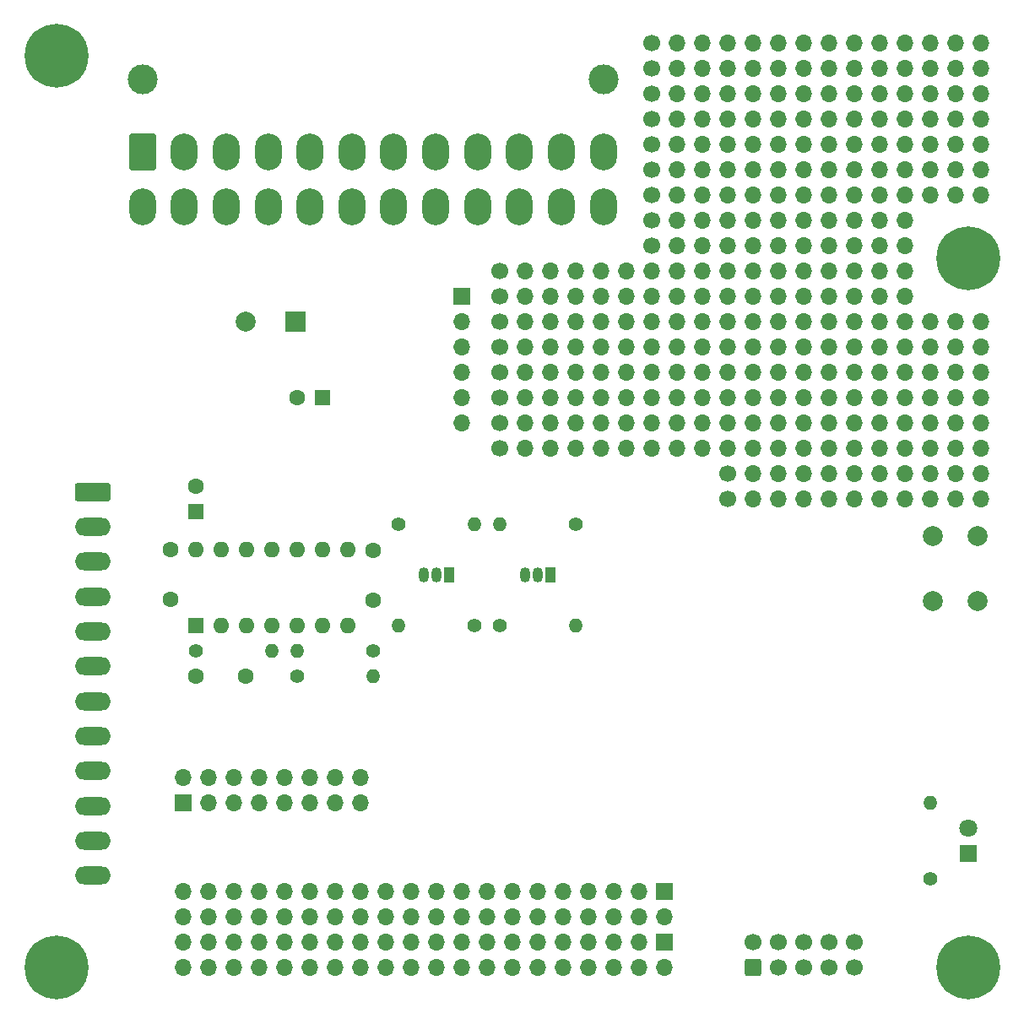
<source format=gts>
G04 #@! TF.GenerationSoftware,KiCad,Pcbnew,8.0.4*
G04 #@! TF.CreationDate,2024-09-22T21:37:46-05:00*
G04 #@! TF.ProjectId,ATX-PSU_8b,4154582d-5053-4555-9f38-622e6b696361,rev?*
G04 #@! TF.SameCoordinates,Original*
G04 #@! TF.FileFunction,Soldermask,Top*
G04 #@! TF.FilePolarity,Negative*
%FSLAX46Y46*%
G04 Gerber Fmt 4.6, Leading zero omitted, Abs format (unit mm)*
G04 Created by KiCad (PCBNEW 8.0.4) date 2024-09-22 21:37:46*
%MOMM*%
%LPD*%
G01*
G04 APERTURE LIST*
G04 Aperture macros list*
%AMRoundRect*
0 Rectangle with rounded corners*
0 $1 Rounding radius*
0 $2 $3 $4 $5 $6 $7 $8 $9 X,Y pos of 4 corners*
0 Add a 4 corners polygon primitive as box body*
4,1,4,$2,$3,$4,$5,$6,$7,$8,$9,$2,$3,0*
0 Add four circle primitives for the rounded corners*
1,1,$1+$1,$2,$3*
1,1,$1+$1,$4,$5*
1,1,$1+$1,$6,$7*
1,1,$1+$1,$8,$9*
0 Add four rect primitives between the rounded corners*
20,1,$1+$1,$2,$3,$4,$5,0*
20,1,$1+$1,$4,$5,$6,$7,0*
20,1,$1+$1,$6,$7,$8,$9,0*
20,1,$1+$1,$8,$9,$2,$3,0*%
G04 Aperture macros list end*
%ADD10R,1.700000X1.700000*%
%ADD11O,1.700000X1.700000*%
%ADD12C,1.700000*%
%ADD13RoundRect,0.250000X0.600000X-0.600000X0.600000X0.600000X-0.600000X0.600000X-0.600000X-0.600000X0*%
%ADD14R,1.050000X1.500000*%
%ADD15O,1.050000X1.500000*%
%ADD16R,1.600000X1.600000*%
%ADD17O,1.600000X1.600000*%
%ADD18C,1.400000*%
%ADD19O,1.400000X1.400000*%
%ADD20C,1.600000*%
%ADD21C,0.800000*%
%ADD22C,6.400000*%
%ADD23C,3.000000*%
%ADD24RoundRect,0.250001X-1.099999X-1.599999X1.099999X-1.599999X1.099999X1.599999X-1.099999X1.599999X0*%
%ADD25O,2.700000X3.700000*%
%ADD26C,2.000000*%
%ADD27R,1.800000X1.800000*%
%ADD28C,1.800000*%
%ADD29RoundRect,0.250000X-1.550000X0.650000X-1.550000X-0.650000X1.550000X-0.650000X1.550000X0.650000X0*%
%ADD30O,3.600000X1.800000*%
%ADD31R,2.000000X2.000000*%
G04 APERTURE END LIST*
D10*
X120650000Y-55880000D03*
D11*
X120650000Y-58420000D03*
X120650000Y-60960000D03*
X120650000Y-63500000D03*
X120650000Y-66040000D03*
X120650000Y-68580000D03*
D12*
X147320000Y-76200000D03*
D11*
X149860000Y-76200000D03*
X152399999Y-76200000D03*
X154940000Y-76200000D03*
X157480000Y-76200000D03*
X160020000Y-76200000D03*
X162560000Y-76200000D03*
X165100001Y-76200000D03*
X167640000Y-76200000D03*
X170180000Y-76200000D03*
X172720000Y-76200000D03*
D12*
X147320000Y-73660000D03*
D11*
X149860000Y-73660000D03*
X152399999Y-73660000D03*
X154940000Y-73660000D03*
X157480000Y-73660000D03*
X160020000Y-73660000D03*
X162560000Y-73660000D03*
X165100001Y-73660000D03*
X167640000Y-73660000D03*
X170180000Y-73660000D03*
X172720000Y-73660000D03*
D12*
X124460000Y-71120000D03*
D11*
X127000000Y-71120000D03*
X129539999Y-71120000D03*
X132080000Y-71120000D03*
X134620000Y-71120000D03*
X137160000Y-71120000D03*
X139700000Y-71120000D03*
X142240001Y-71120000D03*
X144780000Y-71120000D03*
X147320000Y-71120000D03*
X149860000Y-71120000D03*
X152399999Y-71120000D03*
X154940000Y-71120000D03*
X157480000Y-71120000D03*
X160020000Y-71120000D03*
X162559999Y-71120000D03*
X165100001Y-71120000D03*
X167640000Y-71120000D03*
X170180000Y-71120000D03*
X172720000Y-71120000D03*
D12*
X124460000Y-68580000D03*
D11*
X127000000Y-68580000D03*
X129539999Y-68580000D03*
X132080000Y-68580000D03*
X134620000Y-68580000D03*
X137160000Y-68580000D03*
X139700000Y-68580000D03*
X142240001Y-68580000D03*
X144780000Y-68580000D03*
X147320000Y-68580000D03*
X149860000Y-68580000D03*
X152399999Y-68580000D03*
X154940000Y-68580000D03*
X157480000Y-68580000D03*
X160020000Y-68580000D03*
X162559999Y-68580000D03*
X165100001Y-68580000D03*
X167640000Y-68580000D03*
X170180000Y-68580000D03*
X172720000Y-68580000D03*
D12*
X124460000Y-66040000D03*
D11*
X127000000Y-66040000D03*
X129539999Y-66040000D03*
X132080000Y-66040000D03*
X134620000Y-66040000D03*
X137160000Y-66040000D03*
X139700000Y-66040000D03*
X142240001Y-66040000D03*
X144780000Y-66040000D03*
X147320000Y-66040000D03*
X149860000Y-66040000D03*
X152399999Y-66040000D03*
X154940000Y-66040000D03*
X157480000Y-66040000D03*
X160020000Y-66040000D03*
X162559999Y-66040000D03*
X165100001Y-66040000D03*
X167640000Y-66040000D03*
X170180000Y-66040000D03*
X172720000Y-66040000D03*
D12*
X124460000Y-63500000D03*
D11*
X127000000Y-63500000D03*
X129539999Y-63500000D03*
X132080000Y-63500000D03*
X134620000Y-63500000D03*
X137160000Y-63500000D03*
X139700000Y-63500000D03*
X142240001Y-63500000D03*
X144780000Y-63500000D03*
X147320000Y-63500000D03*
X149860000Y-63500000D03*
X152399999Y-63500000D03*
X154940000Y-63500000D03*
X157480000Y-63500000D03*
X160020000Y-63500000D03*
X162559999Y-63500000D03*
X165100001Y-63500000D03*
X167640000Y-63500000D03*
X170180000Y-63500000D03*
X172720000Y-63500000D03*
D12*
X124460000Y-60960000D03*
D11*
X127000000Y-60960000D03*
X129539999Y-60960000D03*
X132080000Y-60960000D03*
X134620000Y-60960000D03*
X137160000Y-60960000D03*
X139700000Y-60960000D03*
X142240001Y-60960000D03*
X144780000Y-60960000D03*
X147320000Y-60960000D03*
X149860000Y-60960000D03*
X152399999Y-60960000D03*
X154940000Y-60960000D03*
X157480000Y-60960000D03*
X160020000Y-60960000D03*
X162559999Y-60960000D03*
X165100001Y-60960000D03*
X167640000Y-60960000D03*
X170180000Y-60960000D03*
X172720000Y-60960000D03*
D12*
X124460000Y-58420000D03*
D11*
X127000000Y-58420000D03*
X129539999Y-58420000D03*
X132080000Y-58420000D03*
X134620000Y-58420000D03*
X137160000Y-58420000D03*
X139700000Y-58420000D03*
X142240001Y-58420000D03*
X144780000Y-58420000D03*
X147320000Y-58420000D03*
X149860000Y-58420000D03*
X152399999Y-58420000D03*
X154940000Y-58420000D03*
X157480000Y-58420000D03*
X160020000Y-58420000D03*
X162559999Y-58420000D03*
X165100001Y-58420000D03*
X167640000Y-58420000D03*
X170180000Y-58420000D03*
X172720000Y-58420000D03*
D12*
X124460000Y-55880000D03*
D11*
X127000000Y-55880000D03*
X129539999Y-55880000D03*
X132080000Y-55880000D03*
X134620000Y-55880000D03*
X137160000Y-55880000D03*
X139700000Y-55880000D03*
X142240001Y-55880000D03*
X144780000Y-55880000D03*
X147320000Y-55880000D03*
X149860000Y-55880000D03*
X152399999Y-55880000D03*
X154940000Y-55880000D03*
X157480000Y-55880000D03*
X160020000Y-55880000D03*
X162559999Y-55880000D03*
X165100001Y-55880000D03*
D12*
X124460000Y-53340000D03*
D11*
X127000000Y-53340000D03*
X129539999Y-53340000D03*
X132080000Y-53340000D03*
X134620000Y-53340000D03*
X137160000Y-53340000D03*
X139700000Y-53340000D03*
X142240001Y-53340000D03*
X144780000Y-53340000D03*
X147320000Y-53340000D03*
X149860000Y-53340000D03*
X152399999Y-53340000D03*
X154940000Y-53340000D03*
X157480000Y-53340000D03*
X160020000Y-53340000D03*
X162559999Y-53340000D03*
X165100001Y-53340000D03*
D12*
X139700000Y-50800000D03*
D11*
X142240000Y-50800000D03*
X144779999Y-50800000D03*
X147320000Y-50800000D03*
X149860000Y-50800000D03*
X152400000Y-50800000D03*
X154940000Y-50800000D03*
X157480001Y-50800000D03*
X160020000Y-50800000D03*
X162560000Y-50800000D03*
X165100000Y-50800000D03*
D12*
X139700000Y-48260000D03*
D11*
X142240000Y-48260000D03*
X144779999Y-48260000D03*
X147320000Y-48260000D03*
X149860000Y-48260000D03*
X152400000Y-48260000D03*
X154940000Y-48260000D03*
X157480001Y-48260000D03*
X160020000Y-48260000D03*
X162560000Y-48260000D03*
X165100000Y-48260000D03*
D12*
X139700000Y-45720000D03*
D11*
X142240000Y-45720000D03*
X144779999Y-45720000D03*
X147320000Y-45720000D03*
X149860000Y-45720000D03*
X152400000Y-45720000D03*
X154940000Y-45720000D03*
X157480001Y-45720000D03*
X160020000Y-45720000D03*
X162560000Y-45720000D03*
X165100000Y-45720000D03*
X167639999Y-45720000D03*
X170180000Y-45720000D03*
X172720000Y-45720000D03*
D12*
X139700000Y-43180000D03*
D11*
X142240000Y-43180000D03*
X144779999Y-43180000D03*
X147320000Y-43180000D03*
X149860000Y-43180000D03*
X152400000Y-43180000D03*
X154940000Y-43180000D03*
X157480001Y-43180000D03*
X160020000Y-43180000D03*
X162560000Y-43180000D03*
X165100000Y-43180000D03*
X167639999Y-43180000D03*
X170180000Y-43180000D03*
X172720000Y-43180000D03*
D12*
X139700000Y-40640000D03*
D11*
X142240000Y-40640000D03*
X144779999Y-40640000D03*
X147320000Y-40640000D03*
X149860000Y-40640000D03*
X152400000Y-40640000D03*
X154940000Y-40640000D03*
X157480001Y-40640000D03*
X160020000Y-40640000D03*
X162560000Y-40640000D03*
X165100000Y-40640000D03*
X167639999Y-40640000D03*
X170180000Y-40640000D03*
X172720000Y-40640000D03*
D12*
X139700000Y-38100000D03*
D11*
X142240000Y-38100000D03*
X144779999Y-38100000D03*
X147320000Y-38100000D03*
X149860000Y-38100000D03*
X152400000Y-38100000D03*
X154940000Y-38100000D03*
X157480001Y-38100000D03*
X160020000Y-38100000D03*
X162560000Y-38100000D03*
X165100000Y-38100000D03*
X167639999Y-38100000D03*
X170180000Y-38100000D03*
X172720000Y-38100000D03*
D12*
X139700000Y-35560000D03*
D11*
X142240000Y-35560000D03*
X144779999Y-35560000D03*
X147320000Y-35560000D03*
X149860000Y-35560000D03*
X152400000Y-35560000D03*
X154940000Y-35560000D03*
X157480001Y-35560000D03*
X160020000Y-35560000D03*
X162560000Y-35560000D03*
X165100000Y-35560000D03*
X167639999Y-35560000D03*
X170180000Y-35560000D03*
X172720000Y-35560000D03*
D12*
X139700000Y-33020000D03*
D11*
X142240000Y-33020000D03*
X144779999Y-33020000D03*
X147320000Y-33020000D03*
X149860000Y-33020000D03*
X152400000Y-33020000D03*
X154940000Y-33020000D03*
X157480001Y-33020000D03*
X160020000Y-33020000D03*
X162560000Y-33020000D03*
X165100000Y-33020000D03*
X167639999Y-33020000D03*
X170180000Y-33020000D03*
X172720000Y-33020000D03*
D12*
X139700000Y-30480000D03*
D11*
X142240000Y-30480000D03*
X144779999Y-30480000D03*
X147320000Y-30480000D03*
X149860000Y-30480000D03*
X152400000Y-30480000D03*
X154940000Y-30480000D03*
X157480001Y-30480000D03*
X160020000Y-30480000D03*
X162560000Y-30480000D03*
X165100000Y-30480000D03*
X167639999Y-30480000D03*
X170180000Y-30480000D03*
X172720000Y-30480000D03*
D10*
X140970000Y-115570000D03*
D11*
X140970000Y-118110000D03*
X138430000Y-115570000D03*
X138430000Y-118110000D03*
X135890001Y-115570000D03*
X135890000Y-118110000D03*
X133350000Y-115570000D03*
X133350000Y-118110000D03*
X130810000Y-115570000D03*
X130810000Y-118110000D03*
X128270000Y-115570000D03*
X128270000Y-118110000D03*
X125730000Y-115570000D03*
X125730000Y-118110000D03*
X123189999Y-115570000D03*
X123190000Y-118110000D03*
X120650000Y-115570000D03*
X120650000Y-118110000D03*
X118110000Y-115570000D03*
X118110000Y-118110000D03*
X115570000Y-115570000D03*
X115570000Y-118110000D03*
X113030001Y-115570000D03*
X113030000Y-118110000D03*
X110490000Y-115570000D03*
X110490000Y-118110000D03*
X107950000Y-115570000D03*
X107950000Y-118110000D03*
X105410000Y-115570000D03*
X105410000Y-118110000D03*
X102870001Y-115570000D03*
X102870000Y-118110000D03*
X100329999Y-115570000D03*
X100330000Y-118110000D03*
X97790000Y-115570000D03*
X97790000Y-118110000D03*
X95250000Y-115570000D03*
X95250000Y-118110000D03*
X92710000Y-115570000D03*
X92710000Y-118110000D03*
D12*
X160020000Y-120650000D03*
X160020000Y-123190000D03*
X157480000Y-120650000D03*
X157480000Y-123190000D03*
X154940000Y-120650000D03*
X154939999Y-123190000D03*
X152400000Y-120650000D03*
X152400000Y-123190000D03*
X149860000Y-120650000D03*
D13*
X149860000Y-123190000D03*
D14*
X119380000Y-83820000D03*
D15*
X118109999Y-83820000D03*
X116840000Y-83820000D03*
D16*
X93980000Y-88900000D03*
D17*
X96520000Y-88900000D03*
X99059999Y-88900000D03*
X101600000Y-88900000D03*
X104140000Y-88900000D03*
X106680000Y-88900000D03*
X109220000Y-88900000D03*
X109220000Y-81280000D03*
X106680000Y-81280000D03*
X104140000Y-81280000D03*
X101600000Y-81280000D03*
X99060000Y-81280000D03*
X96520000Y-81280000D03*
X93980000Y-81280000D03*
D18*
X114300000Y-78740000D03*
D19*
X121920000Y-78740000D03*
D20*
X91440000Y-81280000D03*
X91440000Y-86280000D03*
D18*
X132080000Y-78740000D03*
D19*
X124460000Y-78740000D03*
D21*
X169050000Y-123190000D03*
X169752944Y-121492944D03*
X169752944Y-124887056D03*
X171450000Y-120790000D03*
D22*
X171450000Y-123190000D03*
D21*
X171450000Y-125590000D03*
X173147056Y-121492944D03*
X173147056Y-124887056D03*
X173850000Y-123190000D03*
D18*
X124460000Y-88900000D03*
D19*
X132080000Y-88900000D03*
D14*
X129540000Y-83820000D03*
D15*
X128269999Y-83820000D03*
X127000000Y-83820000D03*
D10*
X140970000Y-120650000D03*
D11*
X140970000Y-123190000D03*
X138430000Y-120650000D03*
X138430000Y-123190000D03*
X135890001Y-120650000D03*
X135890000Y-123190000D03*
X133350000Y-120650000D03*
X133350000Y-123190000D03*
X130810000Y-120650000D03*
X130810000Y-123190000D03*
X128270000Y-120650000D03*
X128270000Y-123190000D03*
X125730000Y-120650000D03*
X125730000Y-123190000D03*
X123189999Y-120650000D03*
X123190000Y-123190000D03*
X120650000Y-120650000D03*
X120650000Y-123190000D03*
X118110000Y-120650000D03*
X118110000Y-123190000D03*
X115570000Y-120650000D03*
X115570000Y-123190000D03*
X113030001Y-120650000D03*
X113030000Y-123190000D03*
X110490000Y-120650000D03*
X110490000Y-123190000D03*
X107950000Y-120650000D03*
X107950000Y-123190000D03*
X105410000Y-120650000D03*
X105410000Y-123190000D03*
X102870001Y-120650000D03*
X102870000Y-123190000D03*
X100329999Y-120650000D03*
X100330000Y-123190000D03*
X97790000Y-120650000D03*
X97790000Y-123190000D03*
X95250000Y-120650000D03*
X95250000Y-123190000D03*
X92710000Y-120650000D03*
X92710000Y-123190000D03*
D23*
X88660000Y-34075000D03*
X134860000Y-34075000D03*
D24*
X88660000Y-41375000D03*
D25*
X92860000Y-41375000D03*
X97060000Y-41375000D03*
X101260000Y-41375000D03*
X105460000Y-41375000D03*
X109660000Y-41375000D03*
X113860000Y-41375000D03*
X118060000Y-41375000D03*
X122260000Y-41375000D03*
X126460000Y-41375000D03*
X130660000Y-41375000D03*
X134860000Y-41375000D03*
X88660000Y-46875000D03*
X92860000Y-46875000D03*
X97060000Y-46875000D03*
X101260000Y-46875000D03*
X105460000Y-46875000D03*
X109660000Y-46875000D03*
X113860000Y-46875000D03*
X118060000Y-46875000D03*
X122260000Y-46875000D03*
X126460000Y-46875000D03*
X130660000Y-46875000D03*
X134860000Y-46875000D03*
D26*
X167930000Y-86435000D03*
X167930000Y-79935000D03*
X172430001Y-86435000D03*
X172430000Y-79934999D03*
D18*
X167640000Y-114300000D03*
D19*
X167640000Y-106680000D03*
D18*
X104140000Y-93980000D03*
D19*
X111760000Y-93980000D03*
D10*
X92710000Y-106680000D03*
D11*
X92710000Y-104140000D03*
X95250000Y-106680000D03*
X95250000Y-104140000D03*
X97790000Y-106680000D03*
X97790000Y-104140000D03*
X100330000Y-106680000D03*
X100330000Y-104140000D03*
X102870000Y-106680000D03*
X102870000Y-104140000D03*
X105410000Y-106680000D03*
X105410000Y-104140000D03*
X107950000Y-106680000D03*
X107950000Y-104140000D03*
X110490000Y-106680000D03*
X110490000Y-104140000D03*
D27*
X171450000Y-111760000D03*
D28*
X171450000Y-109220000D03*
D20*
X111760000Y-86360000D03*
X111760000Y-81360000D03*
X93980000Y-93980000D03*
X98980000Y-93980000D03*
D18*
X121920000Y-88900000D03*
D19*
X114300000Y-88900000D03*
D29*
X83700000Y-75475000D03*
D30*
X83700000Y-78975000D03*
X83700000Y-82474999D03*
X83700000Y-85975000D03*
X83700000Y-89475000D03*
X83700000Y-92975000D03*
X83700000Y-96474999D03*
X83700000Y-99975000D03*
X83700000Y-103475000D03*
X83700000Y-106975001D03*
X83700000Y-110475000D03*
X83700000Y-113975000D03*
D31*
X103967678Y-58420000D03*
D26*
X98967678Y-58420000D03*
D21*
X173850000Y-52070000D03*
X173147056Y-53767056D03*
X173147056Y-50372944D03*
X171450000Y-54470000D03*
D22*
X171450000Y-52070000D03*
D21*
X171450000Y-49670000D03*
X169752944Y-53767056D03*
X169752944Y-50372944D03*
X169050000Y-52070000D03*
X77610000Y-123190000D03*
X78312944Y-121492944D03*
X78312944Y-124887056D03*
X80010000Y-120790000D03*
D22*
X80010000Y-123190000D03*
D21*
X80010000Y-125590000D03*
X81707056Y-121492944D03*
X81707056Y-124887056D03*
X82410000Y-123190000D03*
D18*
X93980000Y-91440000D03*
D19*
X101600000Y-91440000D03*
D16*
X106680000Y-66040000D03*
D20*
X104180000Y-66040000D03*
D21*
X77610000Y-31750000D03*
X78312944Y-30052944D03*
X78312944Y-33447056D03*
X80010000Y-29350000D03*
D22*
X80010000Y-31750000D03*
D21*
X80010000Y-34150000D03*
X81707056Y-30052944D03*
X81707056Y-33447056D03*
X82410000Y-31750000D03*
D16*
X93980000Y-77430000D03*
D20*
X93980000Y-74930000D03*
D18*
X111760000Y-91440000D03*
D19*
X104140000Y-91440000D03*
M02*

</source>
